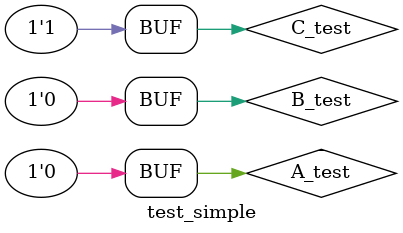
<source format=sv>
`timescale 1ns / 1ps


module test_simple(
    );
    logic A_test, B_test, C_test;
    logic X, Y, Z;
    
    logica_simple Instancial (
       .A (A_test),
       .B (B_test),
       .C (C_test),
       .X (X),
       .Y (Y),
       .Z (Z)
      );
    
    initial begin 
       A_test = 1'b0;
       B_test = 1'b0;
       C_test = 1'b0;
       #10
       A_test = 1'b1;
       
       #20
       A_test = 1'b0;
       B_test = 1'b1;
       #20
       C_test = 1'b1;
       B_test = 1'b0;
    end  
endmodule

</source>
